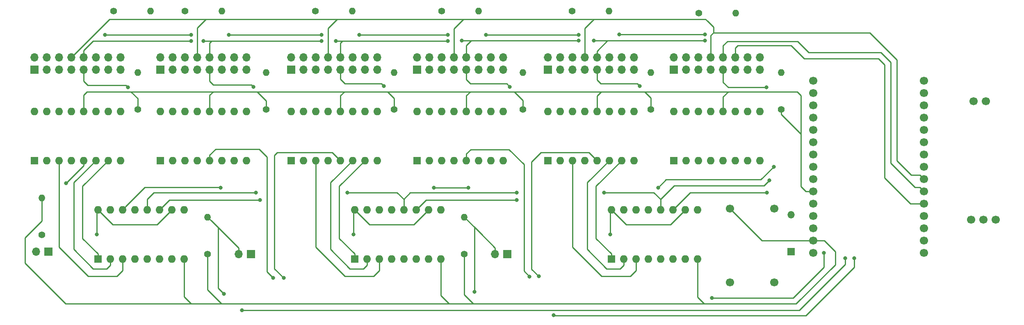
<source format=gbr>
G04 #@! TF.GenerationSoftware,KiCad,Pcbnew,(5.1.4-0-10_14)*
G04 #@! TF.CreationDate,2019-10-26T21:00:50-04:00*
G04 #@! TF.ProjectId,NixieClock,4e697869-6543-46c6-9f63-6b2e6b696361,rev?*
G04 #@! TF.SameCoordinates,Original*
G04 #@! TF.FileFunction,Copper,L2,Bot*
G04 #@! TF.FilePolarity,Positive*
%FSLAX46Y46*%
G04 Gerber Fmt 4.6, Leading zero omitted, Abs format (unit mm)*
G04 Created by KiCad (PCBNEW (5.1.4-0-10_14)) date 2019-10-26 21:00:50*
%MOMM*%
%LPD*%
G04 APERTURE LIST*
%ADD10C,1.400000*%
%ADD11O,1.400000X1.400000*%
%ADD12C,1.700000*%
%ADD13R,1.700000X1.700000*%
%ADD14O,1.700000X1.700000*%
%ADD15O,1.500000X1.500000*%
%ADD16R,1.500000X1.500000*%
%ADD17R,1.600000X1.600000*%
%ADD18O,1.600000X1.600000*%
%ADD19C,0.800000*%
%ADD20C,0.250000*%
G04 APERTURE END LIST*
D10*
X95885000Y-74295000D03*
D11*
X103505000Y-74295000D03*
D10*
X216662000Y-74676000D03*
D11*
X224282000Y-74676000D03*
D10*
X190500000Y-74295000D03*
D11*
X198120000Y-74295000D03*
D10*
X163576000Y-74295000D03*
D11*
X171196000Y-74295000D03*
D10*
X137541000Y-74295000D03*
D11*
X145161000Y-74295000D03*
D10*
X110617000Y-74295000D03*
D11*
X118237000Y-74295000D03*
D10*
X233680000Y-94615000D03*
D11*
X233680000Y-86995000D03*
D10*
X206756000Y-94615000D03*
D11*
X206756000Y-86995000D03*
D10*
X180340000Y-94615000D03*
D11*
X180340000Y-86995000D03*
D10*
X153797000Y-94615000D03*
D11*
X153797000Y-86995000D03*
D10*
X127381000Y-94615000D03*
D11*
X127381000Y-86995000D03*
D10*
X100838000Y-94615000D03*
D11*
X100838000Y-86995000D03*
D10*
X168275000Y-124460000D03*
D11*
X168275000Y-116840000D03*
D10*
X115290600Y-124460000D03*
D11*
X115290600Y-116840000D03*
X81026000Y-112903000D03*
D10*
X81026000Y-120523000D03*
D12*
X275987000Y-92902000D03*
X273447000Y-92902000D03*
X277977000Y-117402000D03*
X275437000Y-117402000D03*
X272897000Y-117402000D03*
D13*
X211555000Y-86360000D03*
D14*
X211555000Y-83820000D03*
X214095000Y-86360000D03*
X214095000Y-83820000D03*
X216635000Y-86360000D03*
X216635000Y-83820000D03*
X219175000Y-86360000D03*
X219175000Y-83820000D03*
X221715000Y-86360000D03*
X221715000Y-83820000D03*
X224255000Y-86360000D03*
X224255000Y-83820000D03*
X226795000Y-86360000D03*
X226795000Y-83820000D03*
X229335000Y-86360000D03*
X229335000Y-83820000D03*
D13*
X82372200Y-123952000D03*
D14*
X79832200Y-123952000D03*
D13*
X124206000Y-124460000D03*
D14*
X121666000Y-124460000D03*
X174650400Y-124460000D03*
D13*
X177190400Y-124460000D03*
D15*
X235712000Y-116332000D03*
D16*
X235712000Y-123952000D03*
D17*
X185520000Y-105156000D03*
D18*
X203300000Y-94996000D03*
X188060000Y-105156000D03*
X200760000Y-94996000D03*
X190600000Y-105156000D03*
X198220000Y-94996000D03*
X193140000Y-105156000D03*
X195680000Y-94996000D03*
X195680000Y-105156000D03*
X193140000Y-94996000D03*
X198220000Y-105156000D03*
X190600000Y-94996000D03*
X200760000Y-105156000D03*
X188060000Y-94996000D03*
X203300000Y-105156000D03*
X185520000Y-94996000D03*
D13*
X132520000Y-86360000D03*
D14*
X132520000Y-83820000D03*
X135060000Y-86360000D03*
X135060000Y-83820000D03*
X137600000Y-86360000D03*
X137600000Y-83820000D03*
X140140000Y-86360000D03*
X140140000Y-83820000D03*
X142680000Y-86360000D03*
X142680000Y-83820000D03*
X145220000Y-86360000D03*
X145220000Y-83820000D03*
X147760000Y-86360000D03*
X147760000Y-83820000D03*
X150300000Y-86360000D03*
X150300000Y-83820000D03*
X176335000Y-83820000D03*
X176335000Y-86360000D03*
X173795000Y-83820000D03*
X173795000Y-86360000D03*
X171255000Y-83820000D03*
X171255000Y-86360000D03*
X168715000Y-83820000D03*
X168715000Y-86360000D03*
X166175000Y-83820000D03*
X166175000Y-86360000D03*
X163635000Y-83820000D03*
X163635000Y-86360000D03*
X161095000Y-83820000D03*
X161095000Y-86360000D03*
X158555000Y-83820000D03*
D13*
X158555000Y-86360000D03*
D12*
X223139000Y-130302000D03*
X223139000Y-115062000D03*
X232283000Y-130302000D03*
X232283000Y-115062000D03*
X240284000Y-124206000D03*
X263144000Y-124206000D03*
X240284000Y-121666000D03*
X263144000Y-121666000D03*
X240284000Y-119126000D03*
X263144000Y-119126000D03*
X240284000Y-116586000D03*
X263144000Y-116586000D03*
X240284000Y-114046000D03*
X263144000Y-114046000D03*
X240284000Y-111506000D03*
X263144000Y-111506000D03*
X240284000Y-108966000D03*
X263144000Y-108966000D03*
X240284000Y-106426000D03*
X263144000Y-106426000D03*
X240284000Y-103886000D03*
X263144000Y-103886000D03*
X240284000Y-101346000D03*
X263144000Y-101346000D03*
X240284000Y-98806000D03*
X263144000Y-98806000D03*
X240284000Y-96266000D03*
X263144000Y-96266000D03*
X240284000Y-93726000D03*
X263144000Y-93726000D03*
X240284000Y-91186000D03*
X263144000Y-91186000D03*
X240284000Y-88646000D03*
X263144000Y-88646000D03*
D17*
X92628000Y-125476000D03*
D18*
X110408000Y-115316000D03*
X95168000Y-125476000D03*
X107868000Y-115316000D03*
X97708000Y-125476000D03*
X105328000Y-115316000D03*
X100248000Y-125476000D03*
X102788000Y-115316000D03*
X102788000Y-125476000D03*
X100248000Y-115316000D03*
X105328000Y-125476000D03*
X97708000Y-115316000D03*
X107868000Y-125476000D03*
X95168000Y-115316000D03*
X110408000Y-125476000D03*
X92628000Y-115316000D03*
D17*
X145628000Y-125476000D03*
D18*
X163408000Y-115316000D03*
X148168000Y-125476000D03*
X160868000Y-115316000D03*
X150708000Y-125476000D03*
X158328000Y-115316000D03*
X153248000Y-125476000D03*
X155788000Y-115316000D03*
X155788000Y-125476000D03*
X153248000Y-115316000D03*
X158328000Y-125476000D03*
X150708000Y-115316000D03*
X160868000Y-125476000D03*
X148168000Y-115316000D03*
X163408000Y-125476000D03*
X145628000Y-115316000D03*
D13*
X79520000Y-86360000D03*
D14*
X79520000Y-83820000D03*
X82060000Y-86360000D03*
X82060000Y-83820000D03*
X84600000Y-86360000D03*
X84600000Y-83820000D03*
X87140000Y-86360000D03*
X87140000Y-83820000D03*
X89680000Y-86360000D03*
X89680000Y-83820000D03*
X92220000Y-86360000D03*
X92220000Y-83820000D03*
X94760000Y-86360000D03*
X94760000Y-83820000D03*
X97300000Y-86360000D03*
X97300000Y-83820000D03*
X123335000Y-83820000D03*
X123335000Y-86360000D03*
X120795000Y-83820000D03*
X120795000Y-86360000D03*
X118255000Y-83820000D03*
X118255000Y-86360000D03*
X115715000Y-83820000D03*
X115715000Y-86360000D03*
X113175000Y-83820000D03*
X113175000Y-86360000D03*
X110635000Y-83820000D03*
X110635000Y-86360000D03*
X108095000Y-83820000D03*
X108095000Y-86360000D03*
X105555000Y-83820000D03*
D13*
X105555000Y-86360000D03*
D18*
X79520000Y-94996000D03*
X97300000Y-105156000D03*
X82060000Y-94996000D03*
X94760000Y-105156000D03*
X84600000Y-94996000D03*
X92220000Y-105156000D03*
X87140000Y-94996000D03*
X89680000Y-105156000D03*
X89680000Y-94996000D03*
X87140000Y-105156000D03*
X92220000Y-94996000D03*
X84600000Y-105156000D03*
X94760000Y-94996000D03*
X82060000Y-105156000D03*
X97300000Y-94996000D03*
D17*
X79520000Y-105156000D03*
D18*
X132520000Y-94996000D03*
X150300000Y-105156000D03*
X135060000Y-94996000D03*
X147760000Y-105156000D03*
X137600000Y-94996000D03*
X145220000Y-105156000D03*
X140140000Y-94996000D03*
X142680000Y-105156000D03*
X142680000Y-94996000D03*
X140140000Y-105156000D03*
X145220000Y-94996000D03*
X137600000Y-105156000D03*
X147760000Y-94996000D03*
X135060000Y-105156000D03*
X150300000Y-94996000D03*
D17*
X132520000Y-105156000D03*
X105555000Y-105156000D03*
D18*
X123335000Y-94996000D03*
X108095000Y-105156000D03*
X120795000Y-94996000D03*
X110635000Y-105156000D03*
X118255000Y-94996000D03*
X113175000Y-105156000D03*
X115715000Y-94996000D03*
X115715000Y-105156000D03*
X113175000Y-94996000D03*
X118255000Y-105156000D03*
X110635000Y-94996000D03*
X120795000Y-105156000D03*
X108095000Y-94996000D03*
X123335000Y-105156000D03*
X105555000Y-94996000D03*
D17*
X158555000Y-105156000D03*
D18*
X176335000Y-94996000D03*
X161095000Y-105156000D03*
X173795000Y-94996000D03*
X163635000Y-105156000D03*
X171255000Y-94996000D03*
X166175000Y-105156000D03*
X168715000Y-94996000D03*
X168715000Y-105156000D03*
X166175000Y-94996000D03*
X171255000Y-105156000D03*
X163635000Y-94996000D03*
X173795000Y-105156000D03*
X161095000Y-94996000D03*
X176335000Y-105156000D03*
X158555000Y-94996000D03*
X211555000Y-94996000D03*
X229335000Y-105156000D03*
X214095000Y-94996000D03*
X226795000Y-105156000D03*
X216635000Y-94996000D03*
X224255000Y-105156000D03*
X219175000Y-94996000D03*
X221715000Y-105156000D03*
X221715000Y-94996000D03*
X219175000Y-105156000D03*
X224255000Y-94996000D03*
X216635000Y-105156000D03*
X226795000Y-94996000D03*
X214095000Y-105156000D03*
X229335000Y-94996000D03*
D17*
X211555000Y-105156000D03*
D14*
X203300000Y-83820000D03*
X203300000Y-86360000D03*
X200760000Y-83820000D03*
X200760000Y-86360000D03*
X198220000Y-83820000D03*
X198220000Y-86360000D03*
X195680000Y-83820000D03*
X195680000Y-86360000D03*
X193140000Y-83820000D03*
X193140000Y-86360000D03*
X190600000Y-83820000D03*
X190600000Y-86360000D03*
X188060000Y-83820000D03*
X188060000Y-86360000D03*
X185520000Y-83820000D03*
D13*
X185520000Y-86360000D03*
D18*
X198628000Y-115316000D03*
X216408000Y-125476000D03*
X201168000Y-115316000D03*
X213868000Y-125476000D03*
X203708000Y-115316000D03*
X211328000Y-125476000D03*
X206248000Y-115316000D03*
X208788000Y-125476000D03*
X208788000Y-115316000D03*
X206248000Y-125476000D03*
X211328000Y-115316000D03*
X203708000Y-125476000D03*
X213868000Y-115316000D03*
X201168000Y-125476000D03*
X216408000Y-115316000D03*
D17*
X198628000Y-125476000D03*
D19*
X197104000Y-111760000D03*
X198374000Y-120396000D03*
X145374000Y-120396000D03*
X92374000Y-120396000D03*
X144104000Y-111760000D03*
X179070000Y-113284000D03*
X179070000Y-111760000D03*
X208280000Y-110744000D03*
X232156000Y-106426000D03*
X231267000Y-109220000D03*
X230759000Y-111760000D03*
X181762400Y-129133600D03*
X183667400Y-129108200D03*
X125222000Y-111760000D03*
X126111000Y-113284000D03*
X117957600Y-110744000D03*
X242493800Y-124218700D03*
X219417900Y-133540500D03*
X246888000Y-125323600D03*
X248742200Y-125310900D03*
X186690000Y-137145000D03*
X86055200Y-109829600D03*
X128828800Y-129413000D03*
X130987800Y-129413000D03*
X170408600Y-132257800D03*
X217932000Y-80416400D03*
X217932000Y-79146400D03*
X200279000Y-79146400D03*
X191846200Y-80416400D03*
X191846200Y-79171800D03*
X172770800Y-79171800D03*
X164896800Y-80441800D03*
X164896800Y-79171800D03*
X146558000Y-79171800D03*
X138836400Y-80441800D03*
X138836400Y-79171800D03*
X119684800Y-79171800D03*
X141757400Y-80441800D03*
X111887000Y-79171800D03*
X114452400Y-80441800D03*
X111912400Y-80441800D03*
X94107000Y-79171800D03*
X167792400Y-80416400D03*
X195046600Y-80416400D03*
X122339100Y-136055100D03*
X118668800Y-132740400D03*
X162026600Y-110744000D03*
X169138600Y-110744000D03*
X230632000Y-90043000D03*
X204470000Y-89789000D03*
X177673000Y-89916000D03*
X151638000Y-89789000D03*
X124714000Y-89916000D03*
X98806000Y-90043000D03*
D20*
X198628000Y-124426000D02*
X195453000Y-121251000D01*
X198628000Y-125476000D02*
X198628000Y-124426000D01*
X195453000Y-110463000D02*
X200760000Y-105156000D01*
X195453000Y-121251000D02*
X195453000Y-110463000D01*
X201168000Y-125476000D02*
X201168000Y-126746000D01*
X201168000Y-126746000D02*
X200406000Y-127508000D01*
X200406000Y-127508000D02*
X197675500Y-127508000D01*
X197675500Y-127508000D02*
X193675000Y-123507500D01*
X193675000Y-109701000D02*
X198220000Y-105156000D01*
X193675000Y-123507500D02*
X193675000Y-109701000D01*
X203708000Y-125476000D02*
X203708000Y-127889000D01*
X203708000Y-127889000D02*
X202565000Y-129032000D01*
X202565000Y-129032000D02*
X196596000Y-129032000D01*
X190600000Y-123036000D02*
X190600000Y-105156000D01*
X196596000Y-129032000D02*
X190600000Y-123036000D01*
X208788000Y-113157000D02*
X208788000Y-115316000D01*
X197104000Y-111760000D02*
X207391000Y-111760000D01*
X207391000Y-111760000D02*
X208788000Y-113157000D01*
X194029000Y-103505000D02*
X195680000Y-105156000D01*
X198374000Y-115570000D02*
X198628000Y-115316000D01*
X198374000Y-120396000D02*
X198374000Y-115570000D01*
X213868000Y-115316000D02*
X210820000Y-118364000D01*
X201676000Y-118364000D02*
X198628000Y-115316000D01*
X210820000Y-118364000D02*
X201676000Y-118364000D01*
X226287000Y-90932000D02*
X226568000Y-90932000D01*
X147406000Y-127508000D02*
X144675500Y-127508000D01*
X94406000Y-127508000D02*
X91675500Y-127508000D01*
X145628000Y-125476000D02*
X145628000Y-124426000D01*
X92628000Y-125476000D02*
X92628000Y-124426000D01*
X148676000Y-118364000D02*
X145628000Y-115316000D01*
X95676000Y-118364000D02*
X92628000Y-115316000D01*
X142453000Y-121251000D02*
X142453000Y-110463000D01*
X89453000Y-121251000D02*
X89453000Y-110463000D01*
X148168000Y-126746000D02*
X147406000Y-127508000D01*
X95168000Y-126746000D02*
X94406000Y-127508000D01*
X144675500Y-127508000D02*
X140675000Y-123507500D01*
X91675500Y-127508000D02*
X87675000Y-123507500D01*
X140675000Y-123507500D02*
X140675000Y-109701000D01*
X87675000Y-123507500D02*
X87675000Y-109701000D01*
X160868000Y-115316000D02*
X157820000Y-118364000D01*
X107868000Y-115316000D02*
X104820000Y-118364000D01*
X144104000Y-111760000D02*
X154391000Y-111760000D01*
X148168000Y-125476000D02*
X148168000Y-126746000D01*
X95168000Y-125476000D02*
X95168000Y-126746000D01*
X150708000Y-127889000D02*
X149565000Y-129032000D01*
X97708000Y-127889000D02*
X96565000Y-129032000D01*
X155788000Y-113157000D02*
X157121500Y-111823500D01*
X157121500Y-111823500D02*
X157185000Y-111760000D01*
X142453000Y-110463000D02*
X147760000Y-105156000D01*
X89453000Y-110463000D02*
X94760000Y-105156000D01*
X140675000Y-109701000D02*
X145220000Y-105156000D01*
X87675000Y-109701000D02*
X92220000Y-105156000D01*
X150708000Y-125476000D02*
X150708000Y-127889000D01*
X97708000Y-125476000D02*
X97708000Y-127889000D01*
X137600000Y-123036000D02*
X137600000Y-105156000D01*
X84600000Y-123036000D02*
X84600000Y-105156000D01*
X157185000Y-111760000D02*
X176870000Y-111760000D01*
X145628000Y-124426000D02*
X142453000Y-121251000D01*
X92628000Y-124426000D02*
X89453000Y-121251000D01*
X125140000Y-113284000D02*
X107360000Y-113284000D01*
X177124000Y-111760000D02*
X176870000Y-111760000D01*
X107360000Y-113284000D02*
X105328000Y-115316000D01*
X145374000Y-115570000D02*
X145628000Y-115316000D01*
X92374000Y-115570000D02*
X92628000Y-115316000D01*
X155788000Y-113157000D02*
X155788000Y-115316000D01*
X154391000Y-111760000D02*
X155788000Y-113157000D01*
X149565000Y-129032000D02*
X143596000Y-129032000D01*
X96565000Y-129032000D02*
X90596000Y-129032000D01*
X157820000Y-118364000D02*
X148676000Y-118364000D01*
X104820000Y-118364000D02*
X95676000Y-118364000D01*
X143596000Y-129032000D02*
X137600000Y-123036000D01*
X90596000Y-129032000D02*
X84600000Y-123036000D01*
X141029000Y-103505000D02*
X142680000Y-105156000D01*
X145374000Y-120396000D02*
X145374000Y-115570000D01*
X92374000Y-120396000D02*
X92374000Y-115570000D01*
X165100000Y-134747000D02*
X165227000Y-134747000D01*
X163408000Y-125476000D02*
X163408000Y-133055000D01*
X163408000Y-133055000D02*
X165100000Y-134747000D01*
X160360000Y-113284000D02*
X158328000Y-115316000D01*
X179070000Y-113284000D02*
X160360000Y-113284000D01*
X102788000Y-113157000D02*
X102788000Y-115316000D01*
X125222000Y-111760000D02*
X104185000Y-111760000D01*
X104185000Y-111760000D02*
X102788000Y-113157000D01*
X125140000Y-113284000D02*
X125222000Y-113284000D01*
X179070000Y-111760000D02*
X177546000Y-111760000D01*
X177673000Y-111760000D02*
X177546000Y-111760000D01*
X177546000Y-111760000D02*
X176870000Y-111760000D01*
X137600000Y-83820000D02*
X137541000Y-83820000D01*
X232156000Y-106426000D02*
X232156000Y-106426000D01*
X229489000Y-109093000D02*
X209931000Y-109093000D01*
X209931000Y-109093000D02*
X208280000Y-110744000D01*
X211328000Y-115316000D02*
X214884000Y-111760000D01*
X214884000Y-111760000D02*
X230759000Y-111760000D01*
X211582000Y-110363000D02*
X208788000Y-113157000D01*
X230124000Y-110363000D02*
X211582000Y-110363000D01*
X231267000Y-109220000D02*
X231267000Y-109220000D01*
X135341000Y-103505000D02*
X141029000Y-103505000D01*
X188341000Y-103505000D02*
X194029000Y-103505000D01*
X216408000Y-133350000D02*
X217805000Y-134747000D01*
X216408000Y-133096000D02*
X216408000Y-133350000D01*
X216408000Y-125476000D02*
X216408000Y-133096000D01*
X229743000Y-121666000D02*
X223139000Y-115062000D01*
X238252000Y-121666000D02*
X229743000Y-121666000D01*
X240474500Y-121666000D02*
X238252000Y-121666000D01*
X232156000Y-106426000D02*
X229489000Y-109093000D01*
X231267000Y-109220000D02*
X230124000Y-110363000D01*
X230759000Y-111760000D02*
X230759000Y-111760000D01*
X115715000Y-104024630D02*
X116920430Y-102819200D01*
X115715000Y-105156000D02*
X115715000Y-104024630D01*
X168715000Y-105156000D02*
X168715000Y-103776200D01*
X168715000Y-103776200D02*
X169595800Y-102895400D01*
X169595800Y-102895400D02*
X177520600Y-102895400D01*
X177520600Y-102895400D02*
X180594000Y-105968800D01*
X180594000Y-105968800D02*
X180594000Y-127965200D01*
X180594000Y-127965200D02*
X181762400Y-129133600D01*
X188341000Y-103505000D02*
X184073800Y-103505000D01*
X184073800Y-103505000D02*
X182168800Y-105410000D01*
X182168800Y-105410000D02*
X182168800Y-127609600D01*
X182168800Y-127609600D02*
X183667400Y-129108200D01*
X125140000Y-113284000D02*
X126111000Y-113284000D01*
X126111000Y-113284000D02*
X126111000Y-113284000D01*
X98507999Y-114516001D02*
X98507999Y-114496401D01*
X97708000Y-115316000D02*
X98507999Y-114516001D01*
X98507999Y-114496401D02*
X102285800Y-110718600D01*
X102285800Y-110718600D02*
X117932200Y-110718600D01*
X117932200Y-110718600D02*
X117957600Y-110744000D01*
X110408000Y-133268000D02*
X110408000Y-125476000D01*
X240284000Y-121666000D02*
X242570000Y-121666000D01*
X244856000Y-123952000D02*
X244856000Y-126682500D01*
X242570000Y-121666000D02*
X244856000Y-123952000D01*
X244856000Y-126682500D02*
X236791500Y-134747000D01*
X111887000Y-134747000D02*
X110408000Y-133268000D01*
X242493800Y-124218700D02*
X242493800Y-127215900D01*
X236169200Y-133540500D02*
X219417900Y-133540500D01*
X242493800Y-127215900D02*
X236169200Y-133540500D01*
X246888000Y-125323600D02*
X246888000Y-125889285D01*
X246888000Y-125889285D02*
X246888000Y-126644400D01*
X246888000Y-126644400D02*
X237477300Y-136055100D01*
X237477300Y-136055100D02*
X190512700Y-136055100D01*
X89680000Y-106204800D02*
X89680000Y-105156000D01*
X86055200Y-109829600D02*
X89680000Y-106204800D01*
X116920430Y-102819200D02*
X125958600Y-102819200D01*
X125958600Y-102819200D02*
X127558800Y-104419400D01*
X129667000Y-103505000D02*
X129082800Y-104089200D01*
X127558800Y-128143000D02*
X128828800Y-129413000D01*
X127558800Y-104419400D02*
X127558800Y-128143000D01*
X135341000Y-103505000D02*
X129667000Y-103505000D01*
X129082800Y-127508000D02*
X130987800Y-129413000D01*
X129082800Y-104089200D02*
X129082800Y-127508000D01*
X168275000Y-124460000D02*
X168275000Y-132918200D01*
X168275000Y-132918200D02*
X170103800Y-134747000D01*
X236791500Y-134747000D02*
X170103800Y-134747000D01*
X248742200Y-127177800D02*
X248742200Y-125310900D01*
X238760000Y-137160000D02*
X248742200Y-127177800D01*
X186705000Y-137160000D02*
X238760000Y-137160000D01*
X186690000Y-137145000D02*
X186705000Y-137160000D01*
X174650400Y-123215400D02*
X171653200Y-120218200D01*
X174650400Y-124460000D02*
X174650400Y-123215400D01*
X170408600Y-119024400D02*
X170434000Y-118999000D01*
X170408600Y-132257800D02*
X170408600Y-119024400D01*
X170434000Y-118999000D02*
X171653200Y-120218200D01*
X168275000Y-116840000D02*
X170434000Y-118999000D01*
X117424200Y-119024400D02*
X117449600Y-118999000D01*
X117449600Y-118999000D02*
X118668800Y-120218200D01*
X121666000Y-124460000D02*
X121666000Y-123215400D01*
X121666000Y-123215400D02*
X118668800Y-120218200D01*
X115290600Y-131902200D02*
X118135400Y-134747000D01*
X115290600Y-124460000D02*
X115290600Y-131902200D01*
X118135400Y-134747000D02*
X111887000Y-134747000D01*
X170103800Y-134747000D02*
X118135400Y-134747000D01*
X85995000Y-134747000D02*
X111887000Y-134747000D01*
X77579600Y-121099200D02*
X77579600Y-126331600D01*
X77579600Y-126331600D02*
X85995000Y-134747000D01*
X80276001Y-118402799D02*
X77579600Y-121099200D01*
X263144000Y-111506000D02*
X262294001Y-110656001D01*
X256286000Y-84836000D02*
X254254000Y-82804000D01*
X261278001Y-110656001D02*
X256286000Y-105664000D01*
X262294001Y-110656001D02*
X261278001Y-110656001D01*
X256286000Y-105664000D02*
X256286000Y-84836000D01*
X255016000Y-108712000D02*
X255016000Y-85344000D01*
X263144000Y-114046000D02*
X260350000Y-114046000D01*
X260350000Y-114046000D02*
X255016000Y-108712000D01*
X255016000Y-85344000D02*
X253746000Y-84074000D01*
X224255000Y-83820000D02*
X224255000Y-81878500D01*
X224255000Y-81878500D02*
X224726500Y-81407000D01*
X235775500Y-81407000D02*
X238442500Y-84074000D01*
X224726500Y-81407000D02*
X235775500Y-81407000D01*
X253746000Y-84074000D02*
X238442500Y-84074000D01*
X254254000Y-82804000D02*
X239395000Y-82804000D01*
X239395000Y-82804000D02*
X237109000Y-80518000D01*
X237109000Y-80518000D02*
X222640500Y-80518000D01*
X222640500Y-80518000D02*
X221715000Y-81443500D01*
X221715000Y-81443500D02*
X221715000Y-83820000D01*
X195680000Y-82551600D02*
X195680000Y-83820000D01*
X197815200Y-80416400D02*
X195680000Y-82551600D01*
X217932000Y-80416400D02*
X197815200Y-80416400D01*
X217932000Y-79146400D02*
X217366315Y-79146400D01*
X217366315Y-79146400D02*
X200279000Y-79146400D01*
X169722800Y-80416400D02*
X168715000Y-81424200D01*
X191846200Y-80416400D02*
X169722800Y-80416400D01*
X191846200Y-79171800D02*
X172770800Y-79171800D01*
X142680000Y-80865400D02*
X142680000Y-83820000D01*
X143103600Y-80441800D02*
X142680000Y-80865400D01*
X164896800Y-80441800D02*
X143103600Y-80441800D01*
X164896800Y-79171800D02*
X146558000Y-79171800D01*
X115715000Y-80855600D02*
X115715000Y-83820000D01*
X116128800Y-80441800D02*
X115715000Y-80855600D01*
X138836400Y-80441800D02*
X116128800Y-80441800D01*
X138836400Y-79171800D02*
X138270715Y-79171800D01*
X138270715Y-79171800D02*
X119684800Y-79171800D01*
X141757400Y-80441800D02*
X143103600Y-80441800D01*
X116128800Y-80441800D02*
X114452400Y-80441800D01*
X111887000Y-79171800D02*
X94107000Y-79171800D01*
X89680000Y-82430400D02*
X89680000Y-83820000D01*
X91668600Y-80441800D02*
X89680000Y-82430400D01*
X111912400Y-80441800D02*
X91668600Y-80441800D01*
X168715000Y-81424200D02*
X168715000Y-83820000D01*
X169722800Y-80416400D02*
X167792400Y-80416400D01*
X197815200Y-80416400D02*
X195046600Y-80416400D01*
X89680000Y-91650600D02*
X90398600Y-90932000D01*
X89680000Y-94996000D02*
X89680000Y-91650600D01*
X115715000Y-91676000D02*
X116459000Y-90932000D01*
X115715000Y-94996000D02*
X115715000Y-91676000D01*
X142680000Y-91762000D02*
X143510000Y-90932000D01*
X142680000Y-94996000D02*
X142680000Y-91762000D01*
X168715000Y-91762000D02*
X169545000Y-90932000D01*
X168715000Y-94996000D02*
X168715000Y-91762000D01*
X195680000Y-91784500D02*
X196532500Y-90932000D01*
X195680000Y-94996000D02*
X195680000Y-91784500D01*
X232029000Y-90932000D02*
X222758000Y-90932000D01*
X190512700Y-136055100D02*
X122339100Y-136055100D01*
X117449600Y-131521200D02*
X117449600Y-118999000D01*
X118668800Y-132740400D02*
X117449600Y-131521200D01*
X116040599Y-117589999D02*
X117449600Y-118999000D01*
X115290600Y-116840000D02*
X116040599Y-117589999D01*
X162026600Y-110744000D02*
X169138600Y-110744000D01*
X221715000Y-91975000D02*
X222758000Y-90932000D01*
X221715000Y-94996000D02*
X221715000Y-91975000D01*
X221715000Y-89000000D02*
X221715000Y-86360000D01*
X222758000Y-90043000D02*
X221715000Y-89000000D01*
X230632000Y-90043000D02*
X222758000Y-90043000D01*
X204470000Y-89789000D02*
X203962000Y-89281000D01*
X203962000Y-89281000D02*
X196469000Y-89281000D01*
X195680000Y-88492000D02*
X195680000Y-86360000D01*
X196469000Y-89281000D02*
X195680000Y-88492000D01*
X177673000Y-89916000D02*
X177038000Y-89281000D01*
X177038000Y-89281000D02*
X169545000Y-89281000D01*
X168715000Y-88451000D02*
X168715000Y-86360000D01*
X169545000Y-89281000D02*
X168715000Y-88451000D01*
X151130000Y-89281000D02*
X143637000Y-89281000D01*
X142680000Y-88324000D02*
X142680000Y-86360000D01*
X143637000Y-89281000D02*
X142680000Y-88324000D01*
X151638000Y-89789000D02*
X151130000Y-89281000D01*
X124314001Y-89516001D02*
X116440001Y-89516001D01*
X124714000Y-89916000D02*
X124314001Y-89516001D01*
X115715000Y-88791000D02*
X115715000Y-86360000D01*
X116440001Y-89516001D02*
X115715000Y-88791000D01*
X98406001Y-89643001D02*
X90532001Y-89643001D01*
X98806000Y-90043000D02*
X98406001Y-89643001D01*
X89680000Y-88791000D02*
X89680000Y-86360000D01*
X90532001Y-89643001D02*
X89680000Y-88791000D01*
X262294001Y-108116001D02*
X263144000Y-108966000D01*
X260516001Y-108116001D02*
X262294001Y-108116001D01*
X257556000Y-105156000D02*
X260516001Y-108116001D01*
X257556000Y-84328000D02*
X257556000Y-105156000D01*
X219175000Y-83820000D02*
X219175000Y-79275000D01*
X251968000Y-78740000D02*
X257556000Y-84328000D01*
X219710000Y-78740000D02*
X251968000Y-78740000D01*
X219175000Y-79275000D02*
X219710000Y-78740000D01*
X193140000Y-77878000D02*
X193140000Y-83820000D01*
X194691000Y-76327000D02*
X193140000Y-77878000D01*
X219710000Y-77597000D02*
X218440000Y-76327000D01*
X219710000Y-78740000D02*
X219710000Y-77597000D01*
X194691000Y-76327000D02*
X195072000Y-75946000D01*
X166166800Y-77901800D02*
X166166800Y-82609719D01*
X166166800Y-82609719D02*
X166175000Y-82617919D01*
X168122600Y-75946000D02*
X166166800Y-77901800D01*
X166175000Y-82617919D02*
X166175000Y-83820000D01*
X195072000Y-75946000D02*
X168122600Y-75946000D01*
X140140000Y-77842800D02*
X140140000Y-83820000D01*
X142036800Y-75946000D02*
X140140000Y-77842800D01*
X168122600Y-75946000D02*
X142036800Y-75946000D01*
X113175000Y-82617919D02*
X113175000Y-83820000D01*
X114960400Y-75946000D02*
X113182400Y-77724000D01*
X113182400Y-82610519D02*
X113175000Y-82617919D01*
X113182400Y-77724000D02*
X113182400Y-82610519D01*
X142036800Y-75946000D02*
X114960400Y-75946000D01*
X91966000Y-78994000D02*
X87140000Y-83820000D01*
X95014000Y-75946000D02*
X91966000Y-78994000D01*
X114960400Y-75946000D02*
X95014000Y-75946000D01*
X218059000Y-75946000D02*
X195072000Y-75946000D01*
X218440000Y-76327000D02*
X218059000Y-75946000D01*
X240284000Y-111506000D02*
X238760000Y-111506000D01*
X238760000Y-111506000D02*
X237744000Y-110490000D01*
X232029000Y-90932000D02*
X236982000Y-90932000D01*
X236982000Y-90932000D02*
X237744000Y-91694000D01*
X237744000Y-99679000D02*
X237744000Y-99695000D01*
X233680000Y-94615000D02*
X233680000Y-95615000D01*
X237744000Y-99695000D02*
X237744000Y-110490000D01*
X233680000Y-95615000D02*
X237744000Y-99679000D01*
X237744000Y-91694000D02*
X237744000Y-99695000D01*
X206756000Y-92202000D02*
X205486000Y-90932000D01*
X206756000Y-94615000D02*
X206756000Y-92202000D01*
X205486000Y-90932000D02*
X196532500Y-90932000D01*
X222758000Y-90932000D02*
X205486000Y-90932000D01*
X180340000Y-94615000D02*
X180340000Y-92710000D01*
X180340000Y-92710000D02*
X178562000Y-90932000D01*
X178562000Y-90932000D02*
X169545000Y-90932000D01*
X196532500Y-90932000D02*
X178562000Y-90932000D01*
X152400000Y-90932000D02*
X143510000Y-90932000D01*
X153797000Y-92329000D02*
X152400000Y-90932000D01*
X153797000Y-94615000D02*
X153797000Y-92329000D01*
X169545000Y-90932000D02*
X152400000Y-90932000D01*
X127381000Y-92837000D02*
X125476000Y-90932000D01*
X127381000Y-94615000D02*
X127381000Y-92837000D01*
X125476000Y-90932000D02*
X116459000Y-90932000D01*
X143510000Y-90932000D02*
X125476000Y-90932000D01*
X100838000Y-92329000D02*
X99441000Y-90932000D01*
X100838000Y-94615000D02*
X100838000Y-92329000D01*
X99441000Y-90932000D02*
X90398600Y-90932000D01*
X116459000Y-90932000D02*
X99441000Y-90932000D01*
X80276001Y-118402799D02*
X80288701Y-118402799D01*
X81026000Y-117665500D02*
X81026000Y-112903000D01*
X80288701Y-118402799D02*
X81026000Y-117665500D01*
M02*

</source>
